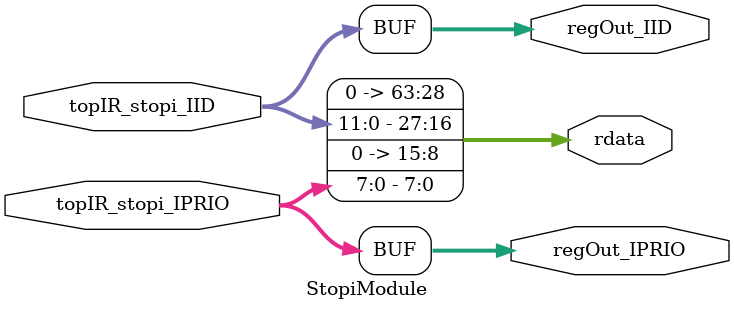
<source format=v>
module StopiModule(
  output [63:0] rdata,
  output [11:0] regOut_IID,
  output [7:0]  regOut_IPRIO,
  input  [11:0] topIR_stopi_IID,
  input  [7:0]  topIR_stopi_IPRIO
);

  assign rdata = {36'h0, topIR_stopi_IID, 8'h0, topIR_stopi_IPRIO};
  assign regOut_IID = topIR_stopi_IID;
  assign regOut_IPRIO = topIR_stopi_IPRIO;
endmodule


</source>
